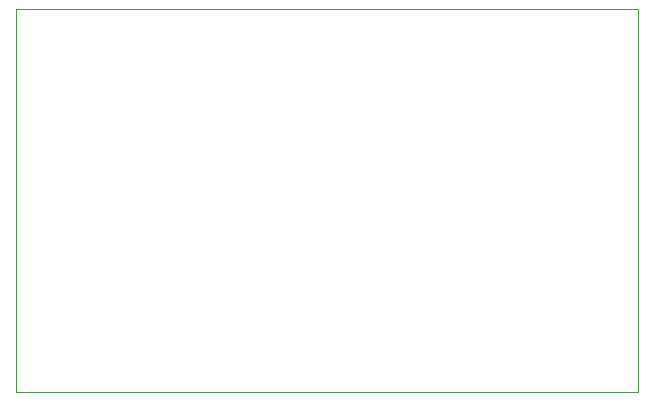
<source format=gbr>
%TF.GenerationSoftware,KiCad,Pcbnew,9.0.2*%
%TF.CreationDate,2025-05-22T21:41:21+02:00*%
%TF.ProjectId,audio_eval01,61756469-6f5f-4657-9661-6c30312e6b69,rev?*%
%TF.SameCoordinates,Original*%
%TF.FileFunction,Profile,NP*%
%FSLAX46Y46*%
G04 Gerber Fmt 4.6, Leading zero omitted, Abs format (unit mm)*
G04 Created by KiCad (PCBNEW 9.0.2) date 2025-05-22 21:41:21*
%MOMM*%
%LPD*%
G01*
G04 APERTURE LIST*
%TA.AperFunction,Profile*%
%ADD10C,0.050000*%
%TD*%
G04 APERTURE END LIST*
D10*
X121400000Y-70200000D02*
X174100000Y-70200000D01*
X174100000Y-102600000D01*
X121400000Y-102600000D01*
X121400000Y-70200000D01*
M02*

</source>
